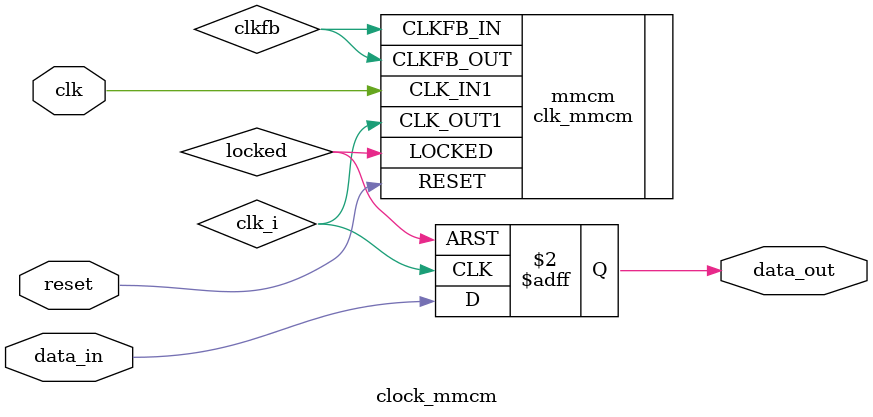
<source format=v>
module clock_mmcm(input clk, reset,
                  input data_in,
                   output reg data_out

                       );  

   wire clk_i,locked,clkfb;

  clk_mmcm mmcm(// Clock in ports
    .CLK_IN1            (clk),     
    .CLKFB_IN           (clkfb), 
    .CLK_OUT1           (clk_i),    
    .CLKFB_OUT          (clkfb),
    .RESET              (reset),     
    .LOCKED             (locked));   


	always @(posedge clk_i, posedge locked)
		if (locked)
            data_out <= 0;
		else
		    data_out <= data_in;

endmodule // clock_mmcm
</source>
